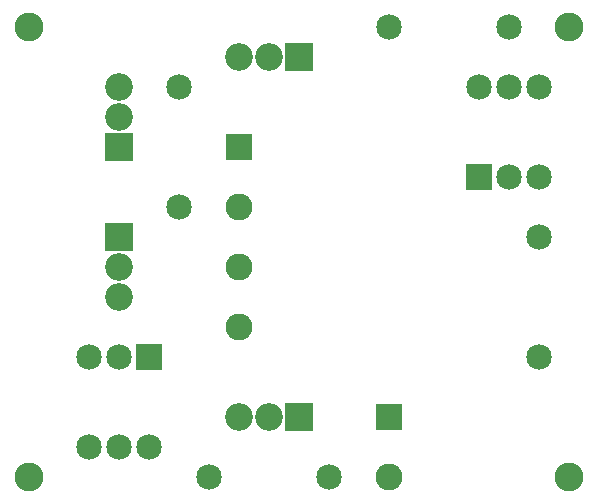
<source format=gts>
G04 MADE WITH FRITZING*
G04 WWW.FRITZING.ORG*
G04 DOUBLE SIDED*
G04 HOLES PLATED*
G04 CONTOUR ON CENTER OF CONTOUR VECTOR*
%ASAXBY*%
%FSLAX23Y23*%
%MOIN*%
%OFA0B0*%
%SFA1.0B1.0*%
%ADD10C,0.085000*%
%ADD11C,0.092000*%
%ADD12C,0.090000*%
%ADD13C,0.096614*%
%ADD14R,0.085000X0.085000*%
%ADD15R,0.092000X0.092000*%
%ADD16R,0.090000X0.090000*%
%LNMASK1*%
G90*
G70*
G54D10*
X1599Y1151D03*
X1599Y1451D03*
X1699Y1151D03*
X1699Y1451D03*
X1799Y1151D03*
X1799Y1451D03*
X499Y551D03*
X499Y251D03*
X399Y551D03*
X399Y251D03*
X299Y551D03*
X299Y251D03*
G54D11*
X999Y351D03*
X899Y351D03*
X799Y351D03*
X399Y1251D03*
X399Y1351D03*
X399Y1451D03*
X399Y951D03*
X399Y851D03*
X399Y751D03*
X999Y1551D03*
X899Y1551D03*
X799Y1551D03*
G54D12*
X799Y1251D03*
X799Y1051D03*
X799Y851D03*
X799Y651D03*
G54D13*
X99Y151D03*
X1899Y151D03*
X1899Y1651D03*
X99Y1651D03*
G54D12*
X1299Y351D03*
X1299Y151D03*
G54D10*
X1699Y1651D03*
X1299Y1651D03*
X1799Y951D03*
X1799Y551D03*
X599Y1051D03*
X599Y1451D03*
X699Y151D03*
X1099Y151D03*
G54D14*
X1599Y1151D03*
X499Y551D03*
G54D15*
X999Y351D03*
X399Y1251D03*
X399Y951D03*
X999Y1551D03*
G54D16*
X799Y1251D03*
X1299Y351D03*
G04 End of Mask1*
M02*
</source>
